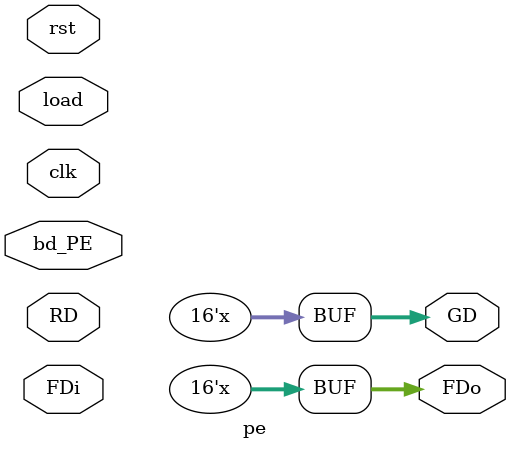
<source format=v>
`timescale 1ns/1ns

module pe(RD,FDi,clk,rst,load,bd_PE,GD,FDo);
    
    //Ports 
    input [DATA_WIDTH-1:0] RD,FDi;
    input clk,rst,load,bd_PE;
    output reg [DATA_WIDTH-1:0] GD,FDo;
    
    //Constant
	parameter 
			DATA_WIDTH=16,
			PE_rst=0,
			load_LR=1,
			load_out=2,
			feed_get=3,
			feed_out=4;
              
    
    //Regs
    reg [DATA_WIDTH-1:0] LR, mult, mac, RD_reg [0:1], FDi_reg_0, FDi_reg_1;
    			
    reg[2:0]  p_state, n_state;

    //for index
    //reg[3:0] i=0;
           
   always @ (p_state,load)
    
    begin
            
        case (p_state)
        
		PE_rst: // state 0

			// next state
			begin
				if (load)
					n_state=load_LR;
				else
					n_state=feed_get;
			end
        
		load_LR: // state 1
			begin		

				// input port
				RD_reg[0]=RD;
				// LR load
				LR=RD;
				// output ports 
				GD=RD_reg[1];
				
				// next state
				n_state=load_out;
			end
        
	        load_out: // state 2
	        
        		begin	
				// input ports
        			RD_reg[1]=RD;
        			LR=RD;
        			FDi_reg_0=FDi; // FDi reg 0
        			
        		// output port
        			GD=RD_reg[0];
        			
        		// next state
        			if (load)
        				n_state=load_LR;
					else
					n_state=feed_get;
				end
			
		feed_get: // state 3
			begin
				// input ports
					RD_reg[0]=RD;
					FDi_reg_1=FDi; // FDi reg 1 
					
				// Ouput ports
					GD=mac;
					FDo=FDi_reg_0;
				
				// next state
				if (load)
					n_state=load_LR;
				else
					begin
						mult = FDi_reg_0 * LR;
						if (bd_PE)
							mac= mult;
						else
						mac = RD_reg[1] + mult;
						
						n_state = feed_out;
					end
			end
			
		feed_out: // state 4
			begin
				// input ports
				RD_reg[1]=RD;
				FDi_reg_0 = FDi; // FDi reg 0
				
				// ouput ports
				GD=mac;
				FDo=FDi_reg_1;
				
				// next state
				if (load)
					n_state=load_LR;
				else
					begin
						mult = FDi_reg_1 * LR;
						if (bd_PE)
							mac= mult;
						else
							mac=RD_reg[0] + mult;
							
						n_state = feed_get;
					end
			end
        
        default: n_state= PE_rst;
         
        endcase
    end
         
  always @ (posedge clk)
    begin     
       if (rst)
         begin
           p_state=PE_rst; 
         end
         
       else
           p_state=n_state;
    end
   
endmodule

</source>
